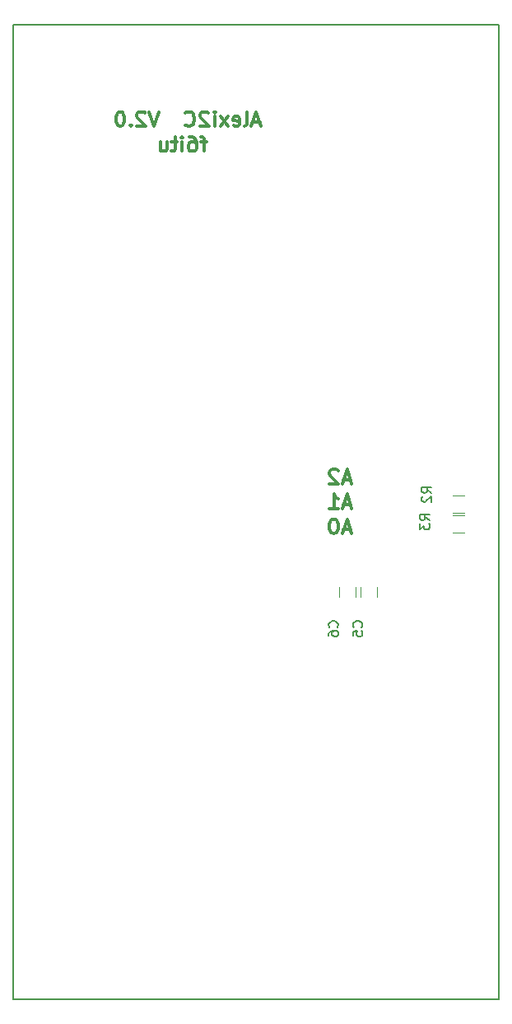
<source format=gbo>
G04 #@! TF.GenerationSoftware,KiCad,Pcbnew,(5.0.2)-1*
G04 #@! TF.CreationDate,2019-03-14T17:23:15+01:00*
G04 #@! TF.ProjectId,Alexi2c,416c6578-6932-4632-9e6b-696361645f70,rev?*
G04 #@! TF.SameCoordinates,Original*
G04 #@! TF.FileFunction,Legend,Bot*
G04 #@! TF.FilePolarity,Positive*
%FSLAX46Y46*%
G04 Gerber Fmt 4.6, Leading zero omitted, Abs format (unit mm)*
G04 Created by KiCad (PCBNEW (5.0.2)-1) date 14/03/2019 17:23:15*
%MOMM*%
%LPD*%
G01*
G04 APERTURE LIST*
%ADD10C,0.300000*%
%ADD11C,0.150000*%
%ADD12C,0.120000*%
G04 APERTURE END LIST*
D10*
X115392857Y-44975000D02*
X114678571Y-44975000D01*
X115535714Y-45403571D02*
X115035714Y-43903571D01*
X114535714Y-45403571D01*
X113821428Y-45403571D02*
X113964285Y-45332142D01*
X114035714Y-45189285D01*
X114035714Y-43903571D01*
X112678571Y-45332142D02*
X112821428Y-45403571D01*
X113107142Y-45403571D01*
X113250000Y-45332142D01*
X113321428Y-45189285D01*
X113321428Y-44617857D01*
X113250000Y-44475000D01*
X113107142Y-44403571D01*
X112821428Y-44403571D01*
X112678571Y-44475000D01*
X112607142Y-44617857D01*
X112607142Y-44760714D01*
X113321428Y-44903571D01*
X112107142Y-45403571D02*
X111321428Y-44403571D01*
X112107142Y-44403571D02*
X111321428Y-45403571D01*
X110750000Y-45403571D02*
X110750000Y-44403571D01*
X110750000Y-43903571D02*
X110821428Y-43975000D01*
X110750000Y-44046428D01*
X110678571Y-43975000D01*
X110750000Y-43903571D01*
X110750000Y-44046428D01*
X110107142Y-44046428D02*
X110035714Y-43975000D01*
X109892857Y-43903571D01*
X109535714Y-43903571D01*
X109392857Y-43975000D01*
X109321428Y-44046428D01*
X109250000Y-44189285D01*
X109250000Y-44332142D01*
X109321428Y-44546428D01*
X110178571Y-45403571D01*
X109250000Y-45403571D01*
X107750000Y-45260714D02*
X107821428Y-45332142D01*
X108035714Y-45403571D01*
X108178571Y-45403571D01*
X108392857Y-45332142D01*
X108535714Y-45189285D01*
X108607142Y-45046428D01*
X108678571Y-44760714D01*
X108678571Y-44546428D01*
X108607142Y-44260714D01*
X108535714Y-44117857D01*
X108392857Y-43975000D01*
X108178571Y-43903571D01*
X108035714Y-43903571D01*
X107821428Y-43975000D01*
X107750000Y-44046428D01*
X105035714Y-43903571D02*
X104535714Y-45403571D01*
X104035714Y-43903571D01*
X103607142Y-44046428D02*
X103535714Y-43975000D01*
X103392857Y-43903571D01*
X103035714Y-43903571D01*
X102892857Y-43975000D01*
X102821428Y-44046428D01*
X102750000Y-44189285D01*
X102750000Y-44332142D01*
X102821428Y-44546428D01*
X103678571Y-45403571D01*
X102750000Y-45403571D01*
X102107142Y-45260714D02*
X102035714Y-45332142D01*
X102107142Y-45403571D01*
X102178571Y-45332142D01*
X102107142Y-45260714D01*
X102107142Y-45403571D01*
X101107142Y-43903571D02*
X100964285Y-43903571D01*
X100821428Y-43975000D01*
X100750000Y-44046428D01*
X100678571Y-44189285D01*
X100607142Y-44475000D01*
X100607142Y-44832142D01*
X100678571Y-45117857D01*
X100750000Y-45260714D01*
X100821428Y-45332142D01*
X100964285Y-45403571D01*
X101107142Y-45403571D01*
X101250000Y-45332142D01*
X101321428Y-45260714D01*
X101392857Y-45117857D01*
X101464285Y-44832142D01*
X101464285Y-44475000D01*
X101392857Y-44189285D01*
X101321428Y-44046428D01*
X101250000Y-43975000D01*
X101107142Y-43903571D01*
X109892857Y-46953571D02*
X109321428Y-46953571D01*
X109678571Y-47953571D02*
X109678571Y-46667857D01*
X109607142Y-46525000D01*
X109464285Y-46453571D01*
X109321428Y-46453571D01*
X108178571Y-46453571D02*
X108464285Y-46453571D01*
X108607142Y-46525000D01*
X108678571Y-46596428D01*
X108821428Y-46810714D01*
X108892857Y-47096428D01*
X108892857Y-47667857D01*
X108821428Y-47810714D01*
X108750000Y-47882142D01*
X108607142Y-47953571D01*
X108321428Y-47953571D01*
X108178571Y-47882142D01*
X108107142Y-47810714D01*
X108035714Y-47667857D01*
X108035714Y-47310714D01*
X108107142Y-47167857D01*
X108178571Y-47096428D01*
X108321428Y-47025000D01*
X108607142Y-47025000D01*
X108750000Y-47096428D01*
X108821428Y-47167857D01*
X108892857Y-47310714D01*
X107392857Y-47953571D02*
X107392857Y-46953571D01*
X107392857Y-46453571D02*
X107464285Y-46525000D01*
X107392857Y-46596428D01*
X107321428Y-46525000D01*
X107392857Y-46453571D01*
X107392857Y-46596428D01*
X106892857Y-46953571D02*
X106321428Y-46953571D01*
X106678571Y-46453571D02*
X106678571Y-47739285D01*
X106607142Y-47882142D01*
X106464285Y-47953571D01*
X106321428Y-47953571D01*
X105178571Y-46953571D02*
X105178571Y-47953571D01*
X105821428Y-46953571D02*
X105821428Y-47739285D01*
X105750000Y-47882142D01*
X105607142Y-47953571D01*
X105392857Y-47953571D01*
X105250000Y-47882142D01*
X105178571Y-47810714D01*
X124719285Y-81700000D02*
X124005000Y-81700000D01*
X124862142Y-82128571D02*
X124362142Y-80628571D01*
X123862142Y-82128571D01*
X123433571Y-80771428D02*
X123362142Y-80700000D01*
X123219285Y-80628571D01*
X122862142Y-80628571D01*
X122719285Y-80700000D01*
X122647857Y-80771428D01*
X122576428Y-80914285D01*
X122576428Y-81057142D01*
X122647857Y-81271428D01*
X123505000Y-82128571D01*
X122576428Y-82128571D01*
X124719285Y-84250000D02*
X124005000Y-84250000D01*
X124862142Y-84678571D02*
X124362142Y-83178571D01*
X123862142Y-84678571D01*
X122576428Y-84678571D02*
X123433571Y-84678571D01*
X123005000Y-84678571D02*
X123005000Y-83178571D01*
X123147857Y-83392857D01*
X123290714Y-83535714D01*
X123433571Y-83607142D01*
X124719285Y-86800000D02*
X124005000Y-86800000D01*
X124862142Y-87228571D02*
X124362142Y-85728571D01*
X123862142Y-87228571D01*
X123076428Y-85728571D02*
X122933571Y-85728571D01*
X122790714Y-85800000D01*
X122719285Y-85871428D01*
X122647857Y-86014285D01*
X122576428Y-86300000D01*
X122576428Y-86657142D01*
X122647857Y-86942857D01*
X122719285Y-87085714D01*
X122790714Y-87157142D01*
X122933571Y-87228571D01*
X123076428Y-87228571D01*
X123219285Y-87157142D01*
X123290714Y-87085714D01*
X123362142Y-86942857D01*
X123433571Y-86657142D01*
X123433571Y-86300000D01*
X123362142Y-86014285D01*
X123290714Y-85871428D01*
X123219285Y-85800000D01*
X123076428Y-85728571D01*
D11*
X90000000Y-135000000D02*
X90000000Y-35000000D01*
X140000000Y-135000000D02*
X90000000Y-135000000D01*
X140000000Y-35000000D02*
X140000000Y-135000000D01*
X90000000Y-35000000D02*
X140000000Y-35000000D01*
D12*
G04 #@! TO.C,C5*
X127450000Y-92700000D02*
X127450000Y-93700000D01*
X125750000Y-93700000D02*
X125750000Y-92700000D01*
G04 #@! TO.C,C6*
X125250000Y-92700000D02*
X125250000Y-93700000D01*
X123550000Y-93700000D02*
X123550000Y-92700000D01*
G04 #@! TO.C,R2*
X136400000Y-83320000D02*
X135200000Y-83320000D01*
X135200000Y-85080000D02*
X136400000Y-85080000D01*
G04 #@! TO.C,R3*
X136400000Y-85320000D02*
X135200000Y-85320000D01*
X135200000Y-87080000D02*
X136400000Y-87080000D01*
G04 #@! TD*
G04 #@! TO.C,C5*
D11*
X125857142Y-96833333D02*
X125904761Y-96785714D01*
X125952380Y-96642857D01*
X125952380Y-96547619D01*
X125904761Y-96404761D01*
X125809523Y-96309523D01*
X125714285Y-96261904D01*
X125523809Y-96214285D01*
X125380952Y-96214285D01*
X125190476Y-96261904D01*
X125095238Y-96309523D01*
X125000000Y-96404761D01*
X124952380Y-96547619D01*
X124952380Y-96642857D01*
X125000000Y-96785714D01*
X125047619Y-96833333D01*
X124952380Y-97738095D02*
X124952380Y-97261904D01*
X125428571Y-97214285D01*
X125380952Y-97261904D01*
X125333333Y-97357142D01*
X125333333Y-97595238D01*
X125380952Y-97690476D01*
X125428571Y-97738095D01*
X125523809Y-97785714D01*
X125761904Y-97785714D01*
X125857142Y-97738095D01*
X125904761Y-97690476D01*
X125952380Y-97595238D01*
X125952380Y-97357142D01*
X125904761Y-97261904D01*
X125857142Y-97214285D01*
G04 #@! TO.C,C6*
X123357142Y-96833333D02*
X123404761Y-96785714D01*
X123452380Y-96642857D01*
X123452380Y-96547619D01*
X123404761Y-96404761D01*
X123309523Y-96309523D01*
X123214285Y-96261904D01*
X123023809Y-96214285D01*
X122880952Y-96214285D01*
X122690476Y-96261904D01*
X122595238Y-96309523D01*
X122500000Y-96404761D01*
X122452380Y-96547619D01*
X122452380Y-96642857D01*
X122500000Y-96785714D01*
X122547619Y-96833333D01*
X122452380Y-97690476D02*
X122452380Y-97500000D01*
X122500000Y-97404761D01*
X122547619Y-97357142D01*
X122690476Y-97261904D01*
X122880952Y-97214285D01*
X123261904Y-97214285D01*
X123357142Y-97261904D01*
X123404761Y-97309523D01*
X123452380Y-97404761D01*
X123452380Y-97595238D01*
X123404761Y-97690476D01*
X123357142Y-97738095D01*
X123261904Y-97785714D01*
X123023809Y-97785714D01*
X122928571Y-97738095D01*
X122880952Y-97690476D01*
X122833333Y-97595238D01*
X122833333Y-97404761D01*
X122880952Y-97309523D01*
X122928571Y-97261904D01*
X123023809Y-97214285D01*
G04 #@! TO.C,R2*
X133052380Y-83033333D02*
X132576190Y-82700000D01*
X133052380Y-82461904D02*
X132052380Y-82461904D01*
X132052380Y-82842857D01*
X132100000Y-82938095D01*
X132147619Y-82985714D01*
X132242857Y-83033333D01*
X132385714Y-83033333D01*
X132480952Y-82985714D01*
X132528571Y-82938095D01*
X132576190Y-82842857D01*
X132576190Y-82461904D01*
X132147619Y-83414285D02*
X132100000Y-83461904D01*
X132052380Y-83557142D01*
X132052380Y-83795238D01*
X132100000Y-83890476D01*
X132147619Y-83938095D01*
X132242857Y-83985714D01*
X132338095Y-83985714D01*
X132480952Y-83938095D01*
X133052380Y-83366666D01*
X133052380Y-83985714D01*
G04 #@! TO.C,R3*
X132852380Y-85833333D02*
X132376190Y-85500000D01*
X132852380Y-85261904D02*
X131852380Y-85261904D01*
X131852380Y-85642857D01*
X131900000Y-85738095D01*
X131947619Y-85785714D01*
X132042857Y-85833333D01*
X132185714Y-85833333D01*
X132280952Y-85785714D01*
X132328571Y-85738095D01*
X132376190Y-85642857D01*
X132376190Y-85261904D01*
X131852380Y-86166666D02*
X131852380Y-86785714D01*
X132233333Y-86452380D01*
X132233333Y-86595238D01*
X132280952Y-86690476D01*
X132328571Y-86738095D01*
X132423809Y-86785714D01*
X132661904Y-86785714D01*
X132757142Y-86738095D01*
X132804761Y-86690476D01*
X132852380Y-86595238D01*
X132852380Y-86309523D01*
X132804761Y-86214285D01*
X132757142Y-86166666D01*
G04 #@! TD*
M02*

</source>
